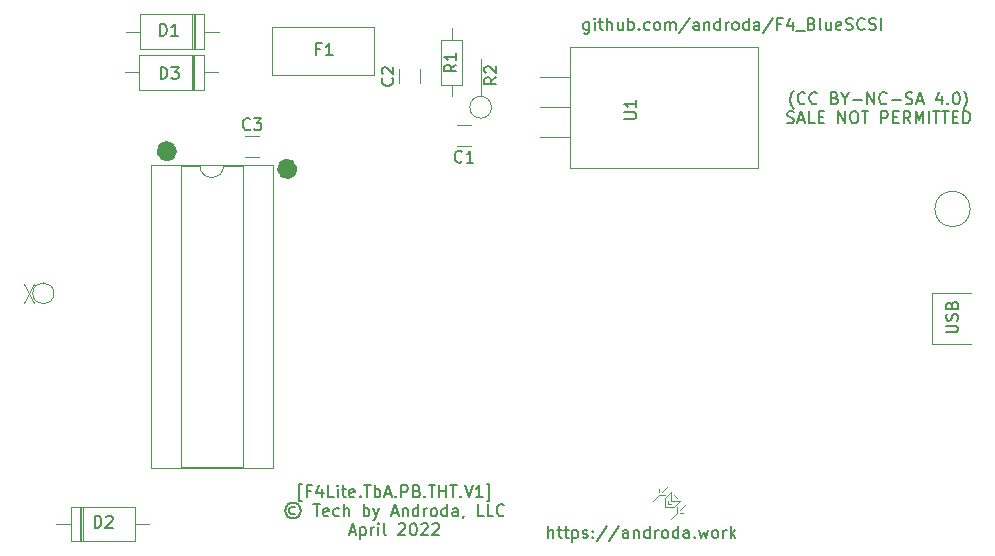
<source format=gbr>
%TF.GenerationSoftware,KiCad,Pcbnew,(6.0.2)*%
%TF.CreationDate,2022-04-05T12:30:50-06:00*%
%TF.ProjectId,PowerBook_F4Lite_THTV1,506f7765-7242-46f6-9f6b-5f46344c6974,rev?*%
%TF.SameCoordinates,Original*%
%TF.FileFunction,Legend,Top*%
%TF.FilePolarity,Positive*%
%FSLAX46Y46*%
G04 Gerber Fmt 4.6, Leading zero omitted, Abs format (unit mm)*
G04 Created by KiCad (PCBNEW (6.0.2)) date 2022-04-05 12:30:50*
%MOMM*%
%LPD*%
G01*
G04 APERTURE LIST*
%ADD10C,0.150000*%
%ADD11C,1.100000*%
%ADD12C,0.120000*%
G04 APERTURE END LIST*
D10*
X114427142Y-61925714D02*
X114427142Y-62735238D01*
X114379523Y-62830476D01*
X114331904Y-62878095D01*
X114236666Y-62925714D01*
X114093809Y-62925714D01*
X113998571Y-62878095D01*
X114427142Y-62544761D02*
X114331904Y-62592380D01*
X114141428Y-62592380D01*
X114046190Y-62544761D01*
X113998571Y-62497142D01*
X113950952Y-62401904D01*
X113950952Y-62116190D01*
X113998571Y-62020952D01*
X114046190Y-61973333D01*
X114141428Y-61925714D01*
X114331904Y-61925714D01*
X114427142Y-61973333D01*
X114903333Y-62592380D02*
X114903333Y-61925714D01*
X114903333Y-61592380D02*
X114855714Y-61640000D01*
X114903333Y-61687619D01*
X114950952Y-61640000D01*
X114903333Y-61592380D01*
X114903333Y-61687619D01*
X115236666Y-61925714D02*
X115617619Y-61925714D01*
X115379523Y-61592380D02*
X115379523Y-62449523D01*
X115427142Y-62544761D01*
X115522380Y-62592380D01*
X115617619Y-62592380D01*
X115950952Y-62592380D02*
X115950952Y-61592380D01*
X116379523Y-62592380D02*
X116379523Y-62068571D01*
X116331904Y-61973333D01*
X116236666Y-61925714D01*
X116093809Y-61925714D01*
X115998571Y-61973333D01*
X115950952Y-62020952D01*
X117284285Y-61925714D02*
X117284285Y-62592380D01*
X116855714Y-61925714D02*
X116855714Y-62449523D01*
X116903333Y-62544761D01*
X116998571Y-62592380D01*
X117141428Y-62592380D01*
X117236666Y-62544761D01*
X117284285Y-62497142D01*
X117760476Y-62592380D02*
X117760476Y-61592380D01*
X117760476Y-61973333D02*
X117855714Y-61925714D01*
X118046190Y-61925714D01*
X118141428Y-61973333D01*
X118189047Y-62020952D01*
X118236666Y-62116190D01*
X118236666Y-62401904D01*
X118189047Y-62497142D01*
X118141428Y-62544761D01*
X118046190Y-62592380D01*
X117855714Y-62592380D01*
X117760476Y-62544761D01*
X118665238Y-62497142D02*
X118712857Y-62544761D01*
X118665238Y-62592380D01*
X118617619Y-62544761D01*
X118665238Y-62497142D01*
X118665238Y-62592380D01*
X119570000Y-62544761D02*
X119474761Y-62592380D01*
X119284285Y-62592380D01*
X119189047Y-62544761D01*
X119141428Y-62497142D01*
X119093809Y-62401904D01*
X119093809Y-62116190D01*
X119141428Y-62020952D01*
X119189047Y-61973333D01*
X119284285Y-61925714D01*
X119474761Y-61925714D01*
X119570000Y-61973333D01*
X120141428Y-62592380D02*
X120046190Y-62544761D01*
X119998571Y-62497142D01*
X119950952Y-62401904D01*
X119950952Y-62116190D01*
X119998571Y-62020952D01*
X120046190Y-61973333D01*
X120141428Y-61925714D01*
X120284285Y-61925714D01*
X120379523Y-61973333D01*
X120427142Y-62020952D01*
X120474761Y-62116190D01*
X120474761Y-62401904D01*
X120427142Y-62497142D01*
X120379523Y-62544761D01*
X120284285Y-62592380D01*
X120141428Y-62592380D01*
X120903333Y-62592380D02*
X120903333Y-61925714D01*
X120903333Y-62020952D02*
X120950952Y-61973333D01*
X121046190Y-61925714D01*
X121189047Y-61925714D01*
X121284285Y-61973333D01*
X121331904Y-62068571D01*
X121331904Y-62592380D01*
X121331904Y-62068571D02*
X121379523Y-61973333D01*
X121474761Y-61925714D01*
X121617619Y-61925714D01*
X121712857Y-61973333D01*
X121760476Y-62068571D01*
X121760476Y-62592380D01*
X122950952Y-61544761D02*
X122093809Y-62830476D01*
X123712857Y-62592380D02*
X123712857Y-62068571D01*
X123665238Y-61973333D01*
X123570000Y-61925714D01*
X123379523Y-61925714D01*
X123284285Y-61973333D01*
X123712857Y-62544761D02*
X123617619Y-62592380D01*
X123379523Y-62592380D01*
X123284285Y-62544761D01*
X123236666Y-62449523D01*
X123236666Y-62354285D01*
X123284285Y-62259047D01*
X123379523Y-62211428D01*
X123617619Y-62211428D01*
X123712857Y-62163809D01*
X124189047Y-61925714D02*
X124189047Y-62592380D01*
X124189047Y-62020952D02*
X124236666Y-61973333D01*
X124331904Y-61925714D01*
X124474761Y-61925714D01*
X124570000Y-61973333D01*
X124617619Y-62068571D01*
X124617619Y-62592380D01*
X125522380Y-62592380D02*
X125522380Y-61592380D01*
X125522380Y-62544761D02*
X125427142Y-62592380D01*
X125236666Y-62592380D01*
X125141428Y-62544761D01*
X125093809Y-62497142D01*
X125046190Y-62401904D01*
X125046190Y-62116190D01*
X125093809Y-62020952D01*
X125141428Y-61973333D01*
X125236666Y-61925714D01*
X125427142Y-61925714D01*
X125522380Y-61973333D01*
X125998571Y-62592380D02*
X125998571Y-61925714D01*
X125998571Y-62116190D02*
X126046190Y-62020952D01*
X126093809Y-61973333D01*
X126189047Y-61925714D01*
X126284285Y-61925714D01*
X126760476Y-62592380D02*
X126665238Y-62544761D01*
X126617619Y-62497142D01*
X126570000Y-62401904D01*
X126570000Y-62116190D01*
X126617619Y-62020952D01*
X126665238Y-61973333D01*
X126760476Y-61925714D01*
X126903333Y-61925714D01*
X126998571Y-61973333D01*
X127046190Y-62020952D01*
X127093809Y-62116190D01*
X127093809Y-62401904D01*
X127046190Y-62497142D01*
X126998571Y-62544761D01*
X126903333Y-62592380D01*
X126760476Y-62592380D01*
X127950952Y-62592380D02*
X127950952Y-61592380D01*
X127950952Y-62544761D02*
X127855714Y-62592380D01*
X127665238Y-62592380D01*
X127570000Y-62544761D01*
X127522380Y-62497142D01*
X127474761Y-62401904D01*
X127474761Y-62116190D01*
X127522380Y-62020952D01*
X127570000Y-61973333D01*
X127665238Y-61925714D01*
X127855714Y-61925714D01*
X127950952Y-61973333D01*
X128855714Y-62592380D02*
X128855714Y-62068571D01*
X128808095Y-61973333D01*
X128712857Y-61925714D01*
X128522380Y-61925714D01*
X128427142Y-61973333D01*
X128855714Y-62544761D02*
X128760476Y-62592380D01*
X128522380Y-62592380D01*
X128427142Y-62544761D01*
X128379523Y-62449523D01*
X128379523Y-62354285D01*
X128427142Y-62259047D01*
X128522380Y-62211428D01*
X128760476Y-62211428D01*
X128855714Y-62163809D01*
X130046190Y-61544761D02*
X129189047Y-62830476D01*
X130712857Y-62068571D02*
X130379523Y-62068571D01*
X130379523Y-62592380D02*
X130379523Y-61592380D01*
X130855714Y-61592380D01*
X131665238Y-61925714D02*
X131665238Y-62592380D01*
X131427142Y-61544761D02*
X131189047Y-62259047D01*
X131808095Y-62259047D01*
X131950952Y-62687619D02*
X132712857Y-62687619D01*
X133284285Y-62068571D02*
X133427142Y-62116190D01*
X133474761Y-62163809D01*
X133522380Y-62259047D01*
X133522380Y-62401904D01*
X133474761Y-62497142D01*
X133427142Y-62544761D01*
X133331904Y-62592380D01*
X132950952Y-62592380D01*
X132950952Y-61592380D01*
X133284285Y-61592380D01*
X133379523Y-61640000D01*
X133427142Y-61687619D01*
X133474761Y-61782857D01*
X133474761Y-61878095D01*
X133427142Y-61973333D01*
X133379523Y-62020952D01*
X133284285Y-62068571D01*
X132950952Y-62068571D01*
X134093809Y-62592380D02*
X133998571Y-62544761D01*
X133950952Y-62449523D01*
X133950952Y-61592380D01*
X134903333Y-61925714D02*
X134903333Y-62592380D01*
X134474761Y-61925714D02*
X134474761Y-62449523D01*
X134522380Y-62544761D01*
X134617619Y-62592380D01*
X134760476Y-62592380D01*
X134855714Y-62544761D01*
X134903333Y-62497142D01*
X135760476Y-62544761D02*
X135665238Y-62592380D01*
X135474761Y-62592380D01*
X135379523Y-62544761D01*
X135331904Y-62449523D01*
X135331904Y-62068571D01*
X135379523Y-61973333D01*
X135474761Y-61925714D01*
X135665238Y-61925714D01*
X135760476Y-61973333D01*
X135808095Y-62068571D01*
X135808095Y-62163809D01*
X135331904Y-62259047D01*
X136189047Y-62544761D02*
X136331904Y-62592380D01*
X136570000Y-62592380D01*
X136665238Y-62544761D01*
X136712857Y-62497142D01*
X136760476Y-62401904D01*
X136760476Y-62306666D01*
X136712857Y-62211428D01*
X136665238Y-62163809D01*
X136570000Y-62116190D01*
X136379523Y-62068571D01*
X136284285Y-62020952D01*
X136236666Y-61973333D01*
X136189047Y-61878095D01*
X136189047Y-61782857D01*
X136236666Y-61687619D01*
X136284285Y-61640000D01*
X136379523Y-61592380D01*
X136617619Y-61592380D01*
X136760476Y-61640000D01*
X137760476Y-62497142D02*
X137712857Y-62544761D01*
X137570000Y-62592380D01*
X137474761Y-62592380D01*
X137331904Y-62544761D01*
X137236666Y-62449523D01*
X137189047Y-62354285D01*
X137141428Y-62163809D01*
X137141428Y-62020952D01*
X137189047Y-61830476D01*
X137236666Y-61735238D01*
X137331904Y-61640000D01*
X137474761Y-61592380D01*
X137570000Y-61592380D01*
X137712857Y-61640000D01*
X137760476Y-61687619D01*
X138141428Y-62544761D02*
X138284285Y-62592380D01*
X138522380Y-62592380D01*
X138617619Y-62544761D01*
X138665238Y-62497142D01*
X138712857Y-62401904D01*
X138712857Y-62306666D01*
X138665238Y-62211428D01*
X138617619Y-62163809D01*
X138522380Y-62116190D01*
X138331904Y-62068571D01*
X138236666Y-62020952D01*
X138189047Y-61973333D01*
X138141428Y-61878095D01*
X138141428Y-61782857D01*
X138189047Y-61687619D01*
X138236666Y-61640000D01*
X138331904Y-61592380D01*
X138570000Y-61592380D01*
X138712857Y-61640000D01*
X139141428Y-62592380D02*
X139141428Y-61592380D01*
X131769523Y-69248333D02*
X131721904Y-69200714D01*
X131626666Y-69057857D01*
X131579047Y-68962619D01*
X131531428Y-68819761D01*
X131483809Y-68581666D01*
X131483809Y-68391190D01*
X131531428Y-68153095D01*
X131579047Y-68010238D01*
X131626666Y-67915000D01*
X131721904Y-67772142D01*
X131769523Y-67724523D01*
X132721904Y-68772142D02*
X132674285Y-68819761D01*
X132531428Y-68867380D01*
X132436190Y-68867380D01*
X132293333Y-68819761D01*
X132198095Y-68724523D01*
X132150476Y-68629285D01*
X132102857Y-68438809D01*
X132102857Y-68295952D01*
X132150476Y-68105476D01*
X132198095Y-68010238D01*
X132293333Y-67915000D01*
X132436190Y-67867380D01*
X132531428Y-67867380D01*
X132674285Y-67915000D01*
X132721904Y-67962619D01*
X133721904Y-68772142D02*
X133674285Y-68819761D01*
X133531428Y-68867380D01*
X133436190Y-68867380D01*
X133293333Y-68819761D01*
X133198095Y-68724523D01*
X133150476Y-68629285D01*
X133102857Y-68438809D01*
X133102857Y-68295952D01*
X133150476Y-68105476D01*
X133198095Y-68010238D01*
X133293333Y-67915000D01*
X133436190Y-67867380D01*
X133531428Y-67867380D01*
X133674285Y-67915000D01*
X133721904Y-67962619D01*
X135245714Y-68343571D02*
X135388571Y-68391190D01*
X135436190Y-68438809D01*
X135483809Y-68534047D01*
X135483809Y-68676904D01*
X135436190Y-68772142D01*
X135388571Y-68819761D01*
X135293333Y-68867380D01*
X134912380Y-68867380D01*
X134912380Y-67867380D01*
X135245714Y-67867380D01*
X135340952Y-67915000D01*
X135388571Y-67962619D01*
X135436190Y-68057857D01*
X135436190Y-68153095D01*
X135388571Y-68248333D01*
X135340952Y-68295952D01*
X135245714Y-68343571D01*
X134912380Y-68343571D01*
X136102857Y-68391190D02*
X136102857Y-68867380D01*
X135769523Y-67867380D02*
X136102857Y-68391190D01*
X136436190Y-67867380D01*
X136769523Y-68486428D02*
X137531428Y-68486428D01*
X138007619Y-68867380D02*
X138007619Y-67867380D01*
X138579047Y-68867380D01*
X138579047Y-67867380D01*
X139626666Y-68772142D02*
X139579047Y-68819761D01*
X139436190Y-68867380D01*
X139340952Y-68867380D01*
X139198095Y-68819761D01*
X139102857Y-68724523D01*
X139055238Y-68629285D01*
X139007619Y-68438809D01*
X139007619Y-68295952D01*
X139055238Y-68105476D01*
X139102857Y-68010238D01*
X139198095Y-67915000D01*
X139340952Y-67867380D01*
X139436190Y-67867380D01*
X139579047Y-67915000D01*
X139626666Y-67962619D01*
X140055238Y-68486428D02*
X140817142Y-68486428D01*
X141245714Y-68819761D02*
X141388571Y-68867380D01*
X141626666Y-68867380D01*
X141721904Y-68819761D01*
X141769523Y-68772142D01*
X141817142Y-68676904D01*
X141817142Y-68581666D01*
X141769523Y-68486428D01*
X141721904Y-68438809D01*
X141626666Y-68391190D01*
X141436190Y-68343571D01*
X141340952Y-68295952D01*
X141293333Y-68248333D01*
X141245714Y-68153095D01*
X141245714Y-68057857D01*
X141293333Y-67962619D01*
X141340952Y-67915000D01*
X141436190Y-67867380D01*
X141674285Y-67867380D01*
X141817142Y-67915000D01*
X142198095Y-68581666D02*
X142674285Y-68581666D01*
X142102857Y-68867380D02*
X142436190Y-67867380D01*
X142769523Y-68867380D01*
X144293333Y-68200714D02*
X144293333Y-68867380D01*
X144055238Y-67819761D02*
X143817142Y-68534047D01*
X144436190Y-68534047D01*
X144817142Y-68772142D02*
X144864761Y-68819761D01*
X144817142Y-68867380D01*
X144769523Y-68819761D01*
X144817142Y-68772142D01*
X144817142Y-68867380D01*
X145483809Y-67867380D02*
X145579047Y-67867380D01*
X145674285Y-67915000D01*
X145721904Y-67962619D01*
X145769523Y-68057857D01*
X145817142Y-68248333D01*
X145817142Y-68486428D01*
X145769523Y-68676904D01*
X145721904Y-68772142D01*
X145674285Y-68819761D01*
X145579047Y-68867380D01*
X145483809Y-68867380D01*
X145388571Y-68819761D01*
X145340952Y-68772142D01*
X145293333Y-68676904D01*
X145245714Y-68486428D01*
X145245714Y-68248333D01*
X145293333Y-68057857D01*
X145340952Y-67962619D01*
X145388571Y-67915000D01*
X145483809Y-67867380D01*
X146150476Y-69248333D02*
X146198095Y-69200714D01*
X146293333Y-69057857D01*
X146340952Y-68962619D01*
X146388571Y-68819761D01*
X146436190Y-68581666D01*
X146436190Y-68391190D01*
X146388571Y-68153095D01*
X146340952Y-68010238D01*
X146293333Y-67915000D01*
X146198095Y-67772142D01*
X146150476Y-67724523D01*
X131221904Y-70429761D02*
X131364761Y-70477380D01*
X131602857Y-70477380D01*
X131698095Y-70429761D01*
X131745714Y-70382142D01*
X131793333Y-70286904D01*
X131793333Y-70191666D01*
X131745714Y-70096428D01*
X131698095Y-70048809D01*
X131602857Y-70001190D01*
X131412380Y-69953571D01*
X131317142Y-69905952D01*
X131269523Y-69858333D01*
X131221904Y-69763095D01*
X131221904Y-69667857D01*
X131269523Y-69572619D01*
X131317142Y-69525000D01*
X131412380Y-69477380D01*
X131650476Y-69477380D01*
X131793333Y-69525000D01*
X132174285Y-70191666D02*
X132650476Y-70191666D01*
X132079047Y-70477380D02*
X132412380Y-69477380D01*
X132745714Y-70477380D01*
X133555238Y-70477380D02*
X133079047Y-70477380D01*
X133079047Y-69477380D01*
X133888571Y-69953571D02*
X134221904Y-69953571D01*
X134364761Y-70477380D02*
X133888571Y-70477380D01*
X133888571Y-69477380D01*
X134364761Y-69477380D01*
X135555238Y-70477380D02*
X135555238Y-69477380D01*
X136126666Y-70477380D01*
X136126666Y-69477380D01*
X136793333Y-69477380D02*
X136983809Y-69477380D01*
X137079047Y-69525000D01*
X137174285Y-69620238D01*
X137221904Y-69810714D01*
X137221904Y-70144047D01*
X137174285Y-70334523D01*
X137079047Y-70429761D01*
X136983809Y-70477380D01*
X136793333Y-70477380D01*
X136698095Y-70429761D01*
X136602857Y-70334523D01*
X136555238Y-70144047D01*
X136555238Y-69810714D01*
X136602857Y-69620238D01*
X136698095Y-69525000D01*
X136793333Y-69477380D01*
X137507619Y-69477380D02*
X138079047Y-69477380D01*
X137793333Y-70477380D02*
X137793333Y-69477380D01*
X139174285Y-70477380D02*
X139174285Y-69477380D01*
X139555238Y-69477380D01*
X139650476Y-69525000D01*
X139698095Y-69572619D01*
X139745714Y-69667857D01*
X139745714Y-69810714D01*
X139698095Y-69905952D01*
X139650476Y-69953571D01*
X139555238Y-70001190D01*
X139174285Y-70001190D01*
X140174285Y-69953571D02*
X140507619Y-69953571D01*
X140650476Y-70477380D02*
X140174285Y-70477380D01*
X140174285Y-69477380D01*
X140650476Y-69477380D01*
X141650476Y-70477380D02*
X141317142Y-70001190D01*
X141079047Y-70477380D02*
X141079047Y-69477380D01*
X141460000Y-69477380D01*
X141555238Y-69525000D01*
X141602857Y-69572619D01*
X141650476Y-69667857D01*
X141650476Y-69810714D01*
X141602857Y-69905952D01*
X141555238Y-69953571D01*
X141460000Y-70001190D01*
X141079047Y-70001190D01*
X142079047Y-70477380D02*
X142079047Y-69477380D01*
X142412380Y-70191666D01*
X142745714Y-69477380D01*
X142745714Y-70477380D01*
X143221904Y-70477380D02*
X143221904Y-69477380D01*
X143555238Y-69477380D02*
X144126666Y-69477380D01*
X143840952Y-70477380D02*
X143840952Y-69477380D01*
X144317142Y-69477380D02*
X144888571Y-69477380D01*
X144602857Y-70477380D02*
X144602857Y-69477380D01*
X145221904Y-69953571D02*
X145555238Y-69953571D01*
X145698095Y-70477380D02*
X145221904Y-70477380D01*
X145221904Y-69477380D01*
X145698095Y-69477380D01*
X146126666Y-70477380D02*
X146126666Y-69477380D01*
X146364761Y-69477380D01*
X146507619Y-69525000D01*
X146602857Y-69620238D01*
X146650476Y-69715476D01*
X146698095Y-69905952D01*
X146698095Y-70048809D01*
X146650476Y-70239285D01*
X146602857Y-70334523D01*
X146507619Y-70429761D01*
X146364761Y-70477380D01*
X146126666Y-70477380D01*
D11*
X89200535Y-74353420D02*
G75*
G03*
X89200535Y-74353420I-313235J0D01*
G01*
X78994815Y-72859900D02*
G75*
G03*
X78994815Y-72859900I-313235J0D01*
G01*
D10*
X110988507Y-105595680D02*
X110988507Y-104595680D01*
X111417079Y-105595680D02*
X111417079Y-105071871D01*
X111369460Y-104976633D01*
X111274221Y-104929014D01*
X111131364Y-104929014D01*
X111036126Y-104976633D01*
X110988507Y-105024252D01*
X111750412Y-104929014D02*
X112131364Y-104929014D01*
X111893269Y-104595680D02*
X111893269Y-105452823D01*
X111940888Y-105548061D01*
X112036126Y-105595680D01*
X112131364Y-105595680D01*
X112321840Y-104929014D02*
X112702793Y-104929014D01*
X112464698Y-104595680D02*
X112464698Y-105452823D01*
X112512317Y-105548061D01*
X112607555Y-105595680D01*
X112702793Y-105595680D01*
X113036126Y-104929014D02*
X113036126Y-105929014D01*
X113036126Y-104976633D02*
X113131364Y-104929014D01*
X113321840Y-104929014D01*
X113417079Y-104976633D01*
X113464698Y-105024252D01*
X113512317Y-105119490D01*
X113512317Y-105405204D01*
X113464698Y-105500442D01*
X113417079Y-105548061D01*
X113321840Y-105595680D01*
X113131364Y-105595680D01*
X113036126Y-105548061D01*
X113893269Y-105548061D02*
X113988507Y-105595680D01*
X114178983Y-105595680D01*
X114274221Y-105548061D01*
X114321840Y-105452823D01*
X114321840Y-105405204D01*
X114274221Y-105309966D01*
X114178983Y-105262347D01*
X114036126Y-105262347D01*
X113940888Y-105214728D01*
X113893269Y-105119490D01*
X113893269Y-105071871D01*
X113940888Y-104976633D01*
X114036126Y-104929014D01*
X114178983Y-104929014D01*
X114274221Y-104976633D01*
X114750412Y-105500442D02*
X114798031Y-105548061D01*
X114750412Y-105595680D01*
X114702793Y-105548061D01*
X114750412Y-105500442D01*
X114750412Y-105595680D01*
X114750412Y-104976633D02*
X114798031Y-105024252D01*
X114750412Y-105071871D01*
X114702793Y-105024252D01*
X114750412Y-104976633D01*
X114750412Y-105071871D01*
X115940888Y-104548061D02*
X115083745Y-105833776D01*
X116988507Y-104548061D02*
X116131364Y-105833776D01*
X117750412Y-105595680D02*
X117750412Y-105071871D01*
X117702793Y-104976633D01*
X117607555Y-104929014D01*
X117417079Y-104929014D01*
X117321840Y-104976633D01*
X117750412Y-105548061D02*
X117655174Y-105595680D01*
X117417079Y-105595680D01*
X117321840Y-105548061D01*
X117274221Y-105452823D01*
X117274221Y-105357585D01*
X117321840Y-105262347D01*
X117417079Y-105214728D01*
X117655174Y-105214728D01*
X117750412Y-105167109D01*
X118226602Y-104929014D02*
X118226602Y-105595680D01*
X118226602Y-105024252D02*
X118274221Y-104976633D01*
X118369460Y-104929014D01*
X118512317Y-104929014D01*
X118607555Y-104976633D01*
X118655174Y-105071871D01*
X118655174Y-105595680D01*
X119559936Y-105595680D02*
X119559936Y-104595680D01*
X119559936Y-105548061D02*
X119464698Y-105595680D01*
X119274221Y-105595680D01*
X119178983Y-105548061D01*
X119131364Y-105500442D01*
X119083745Y-105405204D01*
X119083745Y-105119490D01*
X119131364Y-105024252D01*
X119178983Y-104976633D01*
X119274221Y-104929014D01*
X119464698Y-104929014D01*
X119559936Y-104976633D01*
X120036126Y-105595680D02*
X120036126Y-104929014D01*
X120036126Y-105119490D02*
X120083745Y-105024252D01*
X120131364Y-104976633D01*
X120226602Y-104929014D01*
X120321840Y-104929014D01*
X120798031Y-105595680D02*
X120702793Y-105548061D01*
X120655174Y-105500442D01*
X120607555Y-105405204D01*
X120607555Y-105119490D01*
X120655174Y-105024252D01*
X120702793Y-104976633D01*
X120798031Y-104929014D01*
X120940888Y-104929014D01*
X121036126Y-104976633D01*
X121083745Y-105024252D01*
X121131364Y-105119490D01*
X121131364Y-105405204D01*
X121083745Y-105500442D01*
X121036126Y-105548061D01*
X120940888Y-105595680D01*
X120798031Y-105595680D01*
X121988507Y-105595680D02*
X121988507Y-104595680D01*
X121988507Y-105548061D02*
X121893269Y-105595680D01*
X121702793Y-105595680D01*
X121607555Y-105548061D01*
X121559936Y-105500442D01*
X121512317Y-105405204D01*
X121512317Y-105119490D01*
X121559936Y-105024252D01*
X121607555Y-104976633D01*
X121702793Y-104929014D01*
X121893269Y-104929014D01*
X121988507Y-104976633D01*
X122893269Y-105595680D02*
X122893269Y-105071871D01*
X122845650Y-104976633D01*
X122750412Y-104929014D01*
X122559936Y-104929014D01*
X122464698Y-104976633D01*
X122893269Y-105548061D02*
X122798031Y-105595680D01*
X122559936Y-105595680D01*
X122464698Y-105548061D01*
X122417079Y-105452823D01*
X122417079Y-105357585D01*
X122464698Y-105262347D01*
X122559936Y-105214728D01*
X122798031Y-105214728D01*
X122893269Y-105167109D01*
X123369460Y-105500442D02*
X123417079Y-105548061D01*
X123369460Y-105595680D01*
X123321840Y-105548061D01*
X123369460Y-105500442D01*
X123369460Y-105595680D01*
X123750412Y-104929014D02*
X123940888Y-105595680D01*
X124131364Y-105119490D01*
X124321840Y-105595680D01*
X124512317Y-104929014D01*
X125036126Y-105595680D02*
X124940888Y-105548061D01*
X124893269Y-105500442D01*
X124845650Y-105405204D01*
X124845650Y-105119490D01*
X124893269Y-105024252D01*
X124940888Y-104976633D01*
X125036126Y-104929014D01*
X125178983Y-104929014D01*
X125274221Y-104976633D01*
X125321840Y-105024252D01*
X125369460Y-105119490D01*
X125369460Y-105405204D01*
X125321840Y-105500442D01*
X125274221Y-105548061D01*
X125178983Y-105595680D01*
X125036126Y-105595680D01*
X125798031Y-105595680D02*
X125798031Y-104929014D01*
X125798031Y-105119490D02*
X125845650Y-105024252D01*
X125893269Y-104976633D01*
X125988507Y-104929014D01*
X126083745Y-104929014D01*
X126417079Y-105595680D02*
X126417079Y-104595680D01*
X126512317Y-105214728D02*
X126798031Y-105595680D01*
X126798031Y-104929014D02*
X126417079Y-105309966D01*
X90150476Y-102475714D02*
X89912380Y-102475714D01*
X89912380Y-101047142D01*
X90150476Y-101047142D01*
X90864761Y-101618571D02*
X90531428Y-101618571D01*
X90531428Y-102142380D02*
X90531428Y-101142380D01*
X91007619Y-101142380D01*
X91817142Y-101475714D02*
X91817142Y-102142380D01*
X91579047Y-101094761D02*
X91340952Y-101809047D01*
X91960000Y-101809047D01*
X92817142Y-102142380D02*
X92340952Y-102142380D01*
X92340952Y-101142380D01*
X93150476Y-102142380D02*
X93150476Y-101475714D01*
X93150476Y-101142380D02*
X93102857Y-101190000D01*
X93150476Y-101237619D01*
X93198095Y-101190000D01*
X93150476Y-101142380D01*
X93150476Y-101237619D01*
X93483809Y-101475714D02*
X93864761Y-101475714D01*
X93626666Y-101142380D02*
X93626666Y-101999523D01*
X93674285Y-102094761D01*
X93769523Y-102142380D01*
X93864761Y-102142380D01*
X94579047Y-102094761D02*
X94483809Y-102142380D01*
X94293333Y-102142380D01*
X94198095Y-102094761D01*
X94150476Y-101999523D01*
X94150476Y-101618571D01*
X94198095Y-101523333D01*
X94293333Y-101475714D01*
X94483809Y-101475714D01*
X94579047Y-101523333D01*
X94626666Y-101618571D01*
X94626666Y-101713809D01*
X94150476Y-101809047D01*
X95055238Y-102047142D02*
X95102857Y-102094761D01*
X95055238Y-102142380D01*
X95007619Y-102094761D01*
X95055238Y-102047142D01*
X95055238Y-102142380D01*
X95388571Y-101142380D02*
X95960000Y-101142380D01*
X95674285Y-102142380D02*
X95674285Y-101142380D01*
X96293333Y-102142380D02*
X96293333Y-101142380D01*
X96293333Y-101523333D02*
X96388571Y-101475714D01*
X96579047Y-101475714D01*
X96674285Y-101523333D01*
X96721904Y-101570952D01*
X96769523Y-101666190D01*
X96769523Y-101951904D01*
X96721904Y-102047142D01*
X96674285Y-102094761D01*
X96579047Y-102142380D01*
X96388571Y-102142380D01*
X96293333Y-102094761D01*
X97150476Y-101856666D02*
X97626666Y-101856666D01*
X97055238Y-102142380D02*
X97388571Y-101142380D01*
X97721904Y-102142380D01*
X98055238Y-102047142D02*
X98102857Y-102094761D01*
X98055238Y-102142380D01*
X98007619Y-102094761D01*
X98055238Y-102047142D01*
X98055238Y-102142380D01*
X98531428Y-102142380D02*
X98531428Y-101142380D01*
X98912380Y-101142380D01*
X99007619Y-101190000D01*
X99055238Y-101237619D01*
X99102857Y-101332857D01*
X99102857Y-101475714D01*
X99055238Y-101570952D01*
X99007619Y-101618571D01*
X98912380Y-101666190D01*
X98531428Y-101666190D01*
X99864761Y-101618571D02*
X100007619Y-101666190D01*
X100055238Y-101713809D01*
X100102857Y-101809047D01*
X100102857Y-101951904D01*
X100055238Y-102047142D01*
X100007619Y-102094761D01*
X99912380Y-102142380D01*
X99531428Y-102142380D01*
X99531428Y-101142380D01*
X99864761Y-101142380D01*
X99960000Y-101190000D01*
X100007619Y-101237619D01*
X100055238Y-101332857D01*
X100055238Y-101428095D01*
X100007619Y-101523333D01*
X99960000Y-101570952D01*
X99864761Y-101618571D01*
X99531428Y-101618571D01*
X100531428Y-102047142D02*
X100579047Y-102094761D01*
X100531428Y-102142380D01*
X100483809Y-102094761D01*
X100531428Y-102047142D01*
X100531428Y-102142380D01*
X100864761Y-101142380D02*
X101436190Y-101142380D01*
X101150476Y-102142380D02*
X101150476Y-101142380D01*
X101769523Y-102142380D02*
X101769523Y-101142380D01*
X101769523Y-101618571D02*
X102340952Y-101618571D01*
X102340952Y-102142380D02*
X102340952Y-101142380D01*
X102674285Y-101142380D02*
X103245714Y-101142380D01*
X102960000Y-102142380D02*
X102960000Y-101142380D01*
X103579047Y-102047142D02*
X103626666Y-102094761D01*
X103579047Y-102142380D01*
X103531428Y-102094761D01*
X103579047Y-102047142D01*
X103579047Y-102142380D01*
X103912380Y-101142380D02*
X104245714Y-102142380D01*
X104579047Y-101142380D01*
X105436190Y-102142380D02*
X104864761Y-102142380D01*
X105150476Y-102142380D02*
X105150476Y-101142380D01*
X105055238Y-101285238D01*
X104960000Y-101380476D01*
X104864761Y-101428095D01*
X105769523Y-102475714D02*
X106007619Y-102475714D01*
X106007619Y-101047142D01*
X105769523Y-101047142D01*
X89555238Y-102990476D02*
X89460000Y-102942857D01*
X89269523Y-102942857D01*
X89174285Y-102990476D01*
X89079047Y-103085714D01*
X89031428Y-103180952D01*
X89031428Y-103371428D01*
X89079047Y-103466666D01*
X89174285Y-103561904D01*
X89269523Y-103609523D01*
X89460000Y-103609523D01*
X89555238Y-103561904D01*
X89364761Y-102609523D02*
X89126666Y-102657142D01*
X88888571Y-102800000D01*
X88745714Y-103038095D01*
X88698095Y-103276190D01*
X88745714Y-103514285D01*
X88888571Y-103752380D01*
X89126666Y-103895238D01*
X89364761Y-103942857D01*
X89602857Y-103895238D01*
X89840952Y-103752380D01*
X89983809Y-103514285D01*
X90031428Y-103276190D01*
X89983809Y-103038095D01*
X89840952Y-102800000D01*
X89602857Y-102657142D01*
X89364761Y-102609523D01*
X91079047Y-102752380D02*
X91650476Y-102752380D01*
X91364761Y-103752380D02*
X91364761Y-102752380D01*
X92364761Y-103704761D02*
X92269523Y-103752380D01*
X92079047Y-103752380D01*
X91983809Y-103704761D01*
X91936190Y-103609523D01*
X91936190Y-103228571D01*
X91983809Y-103133333D01*
X92079047Y-103085714D01*
X92269523Y-103085714D01*
X92364761Y-103133333D01*
X92412380Y-103228571D01*
X92412380Y-103323809D01*
X91936190Y-103419047D01*
X93269523Y-103704761D02*
X93174285Y-103752380D01*
X92983809Y-103752380D01*
X92888571Y-103704761D01*
X92840952Y-103657142D01*
X92793333Y-103561904D01*
X92793333Y-103276190D01*
X92840952Y-103180952D01*
X92888571Y-103133333D01*
X92983809Y-103085714D01*
X93174285Y-103085714D01*
X93269523Y-103133333D01*
X93698095Y-103752380D02*
X93698095Y-102752380D01*
X94126666Y-103752380D02*
X94126666Y-103228571D01*
X94079047Y-103133333D01*
X93983809Y-103085714D01*
X93840952Y-103085714D01*
X93745714Y-103133333D01*
X93698095Y-103180952D01*
X95364761Y-103752380D02*
X95364761Y-102752380D01*
X95364761Y-103133333D02*
X95460000Y-103085714D01*
X95650476Y-103085714D01*
X95745714Y-103133333D01*
X95793333Y-103180952D01*
X95840952Y-103276190D01*
X95840952Y-103561904D01*
X95793333Y-103657142D01*
X95745714Y-103704761D01*
X95650476Y-103752380D01*
X95460000Y-103752380D01*
X95364761Y-103704761D01*
X96174285Y-103085714D02*
X96412380Y-103752380D01*
X96650476Y-103085714D02*
X96412380Y-103752380D01*
X96317142Y-103990476D01*
X96269523Y-104038095D01*
X96174285Y-104085714D01*
X97745714Y-103466666D02*
X98221904Y-103466666D01*
X97650476Y-103752380D02*
X97983809Y-102752380D01*
X98317142Y-103752380D01*
X98650476Y-103085714D02*
X98650476Y-103752380D01*
X98650476Y-103180952D02*
X98698095Y-103133333D01*
X98793333Y-103085714D01*
X98936190Y-103085714D01*
X99031428Y-103133333D01*
X99079047Y-103228571D01*
X99079047Y-103752380D01*
X99983809Y-103752380D02*
X99983809Y-102752380D01*
X99983809Y-103704761D02*
X99888571Y-103752380D01*
X99698095Y-103752380D01*
X99602857Y-103704761D01*
X99555238Y-103657142D01*
X99507619Y-103561904D01*
X99507619Y-103276190D01*
X99555238Y-103180952D01*
X99602857Y-103133333D01*
X99698095Y-103085714D01*
X99888571Y-103085714D01*
X99983809Y-103133333D01*
X100460000Y-103752380D02*
X100460000Y-103085714D01*
X100460000Y-103276190D02*
X100507619Y-103180952D01*
X100555238Y-103133333D01*
X100650476Y-103085714D01*
X100745714Y-103085714D01*
X101221904Y-103752380D02*
X101126666Y-103704761D01*
X101079047Y-103657142D01*
X101031428Y-103561904D01*
X101031428Y-103276190D01*
X101079047Y-103180952D01*
X101126666Y-103133333D01*
X101221904Y-103085714D01*
X101364761Y-103085714D01*
X101460000Y-103133333D01*
X101507619Y-103180952D01*
X101555238Y-103276190D01*
X101555238Y-103561904D01*
X101507619Y-103657142D01*
X101460000Y-103704761D01*
X101364761Y-103752380D01*
X101221904Y-103752380D01*
X102412380Y-103752380D02*
X102412380Y-102752380D01*
X102412380Y-103704761D02*
X102317142Y-103752380D01*
X102126666Y-103752380D01*
X102031428Y-103704761D01*
X101983809Y-103657142D01*
X101936190Y-103561904D01*
X101936190Y-103276190D01*
X101983809Y-103180952D01*
X102031428Y-103133333D01*
X102126666Y-103085714D01*
X102317142Y-103085714D01*
X102412380Y-103133333D01*
X103317142Y-103752380D02*
X103317142Y-103228571D01*
X103269523Y-103133333D01*
X103174285Y-103085714D01*
X102983809Y-103085714D01*
X102888571Y-103133333D01*
X103317142Y-103704761D02*
X103221904Y-103752380D01*
X102983809Y-103752380D01*
X102888571Y-103704761D01*
X102840952Y-103609523D01*
X102840952Y-103514285D01*
X102888571Y-103419047D01*
X102983809Y-103371428D01*
X103221904Y-103371428D01*
X103317142Y-103323809D01*
X103840952Y-103704761D02*
X103840952Y-103752380D01*
X103793333Y-103847619D01*
X103745714Y-103895238D01*
X105507619Y-103752380D02*
X105031428Y-103752380D01*
X105031428Y-102752380D01*
X106317142Y-103752380D02*
X105840952Y-103752380D01*
X105840952Y-102752380D01*
X107221904Y-103657142D02*
X107174285Y-103704761D01*
X107031428Y-103752380D01*
X106936190Y-103752380D01*
X106793333Y-103704761D01*
X106698095Y-103609523D01*
X106650476Y-103514285D01*
X106602857Y-103323809D01*
X106602857Y-103180952D01*
X106650476Y-102990476D01*
X106698095Y-102895238D01*
X106793333Y-102800000D01*
X106936190Y-102752380D01*
X107031428Y-102752380D01*
X107174285Y-102800000D01*
X107221904Y-102847619D01*
X94174285Y-105076666D02*
X94650476Y-105076666D01*
X94079047Y-105362380D02*
X94412380Y-104362380D01*
X94745714Y-105362380D01*
X95079047Y-104695714D02*
X95079047Y-105695714D01*
X95079047Y-104743333D02*
X95174285Y-104695714D01*
X95364761Y-104695714D01*
X95460000Y-104743333D01*
X95507619Y-104790952D01*
X95555238Y-104886190D01*
X95555238Y-105171904D01*
X95507619Y-105267142D01*
X95460000Y-105314761D01*
X95364761Y-105362380D01*
X95174285Y-105362380D01*
X95079047Y-105314761D01*
X95983809Y-105362380D02*
X95983809Y-104695714D01*
X95983809Y-104886190D02*
X96031428Y-104790952D01*
X96079047Y-104743333D01*
X96174285Y-104695714D01*
X96269523Y-104695714D01*
X96602857Y-105362380D02*
X96602857Y-104695714D01*
X96602857Y-104362380D02*
X96555238Y-104410000D01*
X96602857Y-104457619D01*
X96650476Y-104410000D01*
X96602857Y-104362380D01*
X96602857Y-104457619D01*
X97221904Y-105362380D02*
X97126666Y-105314761D01*
X97079047Y-105219523D01*
X97079047Y-104362380D01*
X98317142Y-104457619D02*
X98364761Y-104410000D01*
X98460000Y-104362380D01*
X98698095Y-104362380D01*
X98793333Y-104410000D01*
X98840952Y-104457619D01*
X98888571Y-104552857D01*
X98888571Y-104648095D01*
X98840952Y-104790952D01*
X98269523Y-105362380D01*
X98888571Y-105362380D01*
X99507619Y-104362380D02*
X99602857Y-104362380D01*
X99698095Y-104410000D01*
X99745714Y-104457619D01*
X99793333Y-104552857D01*
X99840952Y-104743333D01*
X99840952Y-104981428D01*
X99793333Y-105171904D01*
X99745714Y-105267142D01*
X99698095Y-105314761D01*
X99602857Y-105362380D01*
X99507619Y-105362380D01*
X99412380Y-105314761D01*
X99364761Y-105267142D01*
X99317142Y-105171904D01*
X99269523Y-104981428D01*
X99269523Y-104743333D01*
X99317142Y-104552857D01*
X99364761Y-104457619D01*
X99412380Y-104410000D01*
X99507619Y-104362380D01*
X100221904Y-104457619D02*
X100269523Y-104410000D01*
X100364761Y-104362380D01*
X100602857Y-104362380D01*
X100698095Y-104410000D01*
X100745714Y-104457619D01*
X100793333Y-104552857D01*
X100793333Y-104648095D01*
X100745714Y-104790952D01*
X100174285Y-105362380D01*
X100793333Y-105362380D01*
X101174285Y-104457619D02*
X101221904Y-104410000D01*
X101317142Y-104362380D01*
X101555238Y-104362380D01*
X101650476Y-104410000D01*
X101698095Y-104457619D01*
X101745714Y-104552857D01*
X101745714Y-104648095D01*
X101698095Y-104790952D01*
X101126666Y-105362380D01*
X101745714Y-105362380D01*
%TO.C,D3*%
X78161924Y-66741300D02*
X78161924Y-65741300D01*
X78400020Y-65741300D01*
X78542877Y-65788920D01*
X78638115Y-65884158D01*
X78685734Y-65979396D01*
X78733353Y-66169872D01*
X78733353Y-66312729D01*
X78685734Y-66503205D01*
X78638115Y-66598443D01*
X78542877Y-66693681D01*
X78400020Y-66741300D01*
X78161924Y-66741300D01*
X79066686Y-65741300D02*
X79685734Y-65741300D01*
X79352400Y-66122253D01*
X79495258Y-66122253D01*
X79590496Y-66169872D01*
X79638115Y-66217491D01*
X79685734Y-66312729D01*
X79685734Y-66550824D01*
X79638115Y-66646062D01*
X79590496Y-66693681D01*
X79495258Y-66741300D01*
X79209543Y-66741300D01*
X79114305Y-66693681D01*
X79066686Y-66646062D01*
%TO.C,D2*%
X72584084Y-104719380D02*
X72584084Y-103719380D01*
X72822180Y-103719380D01*
X72965037Y-103767000D01*
X73060275Y-103862238D01*
X73107894Y-103957476D01*
X73155513Y-104147952D01*
X73155513Y-104290809D01*
X73107894Y-104481285D01*
X73060275Y-104576523D01*
X72965037Y-104671761D01*
X72822180Y-104719380D01*
X72584084Y-104719380D01*
X73536465Y-103814619D02*
X73584084Y-103767000D01*
X73679322Y-103719380D01*
X73917418Y-103719380D01*
X74012656Y-103767000D01*
X74060275Y-103814619D01*
X74107894Y-103909857D01*
X74107894Y-104005095D01*
X74060275Y-104147952D01*
X73488846Y-104719380D01*
X74107894Y-104719380D01*
%TO.C,D1*%
X78103504Y-63073540D02*
X78103504Y-62073540D01*
X78341600Y-62073540D01*
X78484457Y-62121160D01*
X78579695Y-62216398D01*
X78627314Y-62311636D01*
X78674933Y-62502112D01*
X78674933Y-62644969D01*
X78627314Y-62835445D01*
X78579695Y-62930683D01*
X78484457Y-63025921D01*
X78341600Y-63073540D01*
X78103504Y-63073540D01*
X79627314Y-63073540D02*
X79055885Y-63073540D01*
X79341600Y-63073540D02*
X79341600Y-62073540D01*
X79246361Y-62216398D01*
X79151123Y-62311636D01*
X79055885Y-62359255D01*
%TO.C,U3*%
X144664180Y-88195944D02*
X145473704Y-88195944D01*
X145568942Y-88148325D01*
X145616561Y-88100706D01*
X145664180Y-88005468D01*
X145664180Y-87814992D01*
X145616561Y-87719754D01*
X145568942Y-87672135D01*
X145473704Y-87624516D01*
X144664180Y-87624516D01*
X145616561Y-87195944D02*
X145664180Y-87053087D01*
X145664180Y-86814992D01*
X145616561Y-86719754D01*
X145568942Y-86672135D01*
X145473704Y-86624516D01*
X145378466Y-86624516D01*
X145283228Y-86672135D01*
X145235609Y-86719754D01*
X145187990Y-86814992D01*
X145140371Y-87005468D01*
X145092752Y-87100706D01*
X145045133Y-87148325D01*
X144949895Y-87195944D01*
X144854657Y-87195944D01*
X144759419Y-87148325D01*
X144711800Y-87100706D01*
X144664180Y-87005468D01*
X144664180Y-86767373D01*
X144711800Y-86624516D01*
X145140371Y-85862611D02*
X145187990Y-85719754D01*
X145235609Y-85672135D01*
X145330847Y-85624516D01*
X145473704Y-85624516D01*
X145568942Y-85672135D01*
X145616561Y-85719754D01*
X145664180Y-85814992D01*
X145664180Y-86195944D01*
X144664180Y-86195944D01*
X144664180Y-85862611D01*
X144711800Y-85767373D01*
X144759419Y-85719754D01*
X144854657Y-85672135D01*
X144949895Y-85672135D01*
X145045133Y-85719754D01*
X145092752Y-85767373D01*
X145140371Y-85862611D01*
X145140371Y-86195944D01*
%TO.C,F1*%
X91678272Y-64184443D02*
X91344939Y-64184443D01*
X91344939Y-64708252D02*
X91344939Y-63708252D01*
X91821129Y-63708252D01*
X92725891Y-64708252D02*
X92154463Y-64708252D01*
X92440177Y-64708252D02*
X92440177Y-63708252D01*
X92344939Y-63851110D01*
X92249701Y-63946348D01*
X92154463Y-63993967D01*
%TO.C,R1*%
X103194014Y-65515319D02*
X102717824Y-65848653D01*
X103194014Y-66086748D02*
X102194014Y-66086748D01*
X102194014Y-65705795D01*
X102241634Y-65610557D01*
X102289253Y-65562938D01*
X102384491Y-65515319D01*
X102527348Y-65515319D01*
X102622586Y-65562938D01*
X102670205Y-65610557D01*
X102717824Y-65705795D01*
X102717824Y-66086748D01*
X103194014Y-64562938D02*
X103194014Y-65134367D01*
X103194014Y-64848653D02*
X102194014Y-64848653D01*
X102336872Y-64943891D01*
X102432110Y-65039129D01*
X102479729Y-65134367D01*
%TO.C,U1*%
X117432380Y-70101904D02*
X118241904Y-70101904D01*
X118337142Y-70054285D01*
X118384761Y-70006666D01*
X118432380Y-69911428D01*
X118432380Y-69720952D01*
X118384761Y-69625714D01*
X118337142Y-69578095D01*
X118241904Y-69530476D01*
X117432380Y-69530476D01*
X118432380Y-68530476D02*
X118432380Y-69101904D01*
X118432380Y-68816190D02*
X117432380Y-68816190D01*
X117575238Y-68911428D01*
X117670476Y-69006666D01*
X117718095Y-69101904D01*
%TO.C,R2*%
X106582375Y-66599899D02*
X106106185Y-66933233D01*
X106582375Y-67171328D02*
X105582375Y-67171328D01*
X105582375Y-66790375D01*
X105629995Y-66695137D01*
X105677614Y-66647518D01*
X105772852Y-66599899D01*
X105915709Y-66599899D01*
X106010947Y-66647518D01*
X106058566Y-66695137D01*
X106106185Y-66790375D01*
X106106185Y-67171328D01*
X105677614Y-66218947D02*
X105629995Y-66171328D01*
X105582375Y-66076090D01*
X105582375Y-65837994D01*
X105629995Y-65742756D01*
X105677614Y-65695137D01*
X105772852Y-65647518D01*
X105868090Y-65647518D01*
X106010947Y-65695137D01*
X106582375Y-66266566D01*
X106582375Y-65647518D01*
%TO.C,C3*%
X85742813Y-70971682D02*
X85695194Y-71019301D01*
X85552337Y-71066920D01*
X85457099Y-71066920D01*
X85314241Y-71019301D01*
X85219003Y-70924063D01*
X85171384Y-70828825D01*
X85123765Y-70638349D01*
X85123765Y-70495492D01*
X85171384Y-70305016D01*
X85219003Y-70209778D01*
X85314241Y-70114540D01*
X85457099Y-70066920D01*
X85552337Y-70066920D01*
X85695194Y-70114540D01*
X85742813Y-70162159D01*
X86076146Y-70066920D02*
X86695194Y-70066920D01*
X86361860Y-70447873D01*
X86504718Y-70447873D01*
X86599956Y-70495492D01*
X86647575Y-70543111D01*
X86695194Y-70638349D01*
X86695194Y-70876444D01*
X86647575Y-70971682D01*
X86599956Y-71019301D01*
X86504718Y-71066920D01*
X86219003Y-71066920D01*
X86123765Y-71019301D01*
X86076146Y-70971682D01*
%TO.C,C2*%
X97771037Y-66677039D02*
X97818656Y-66724658D01*
X97866275Y-66867515D01*
X97866275Y-66962753D01*
X97818656Y-67105611D01*
X97723418Y-67200849D01*
X97628180Y-67248468D01*
X97437704Y-67296087D01*
X97294847Y-67296087D01*
X97104371Y-67248468D01*
X97009133Y-67200849D01*
X96913895Y-67105611D01*
X96866275Y-66962753D01*
X96866275Y-66867515D01*
X96913895Y-66724658D01*
X96961514Y-66677039D01*
X96961514Y-66296087D02*
X96913895Y-66248468D01*
X96866275Y-66153230D01*
X96866275Y-65915134D01*
X96913895Y-65819896D01*
X96961514Y-65772277D01*
X97056752Y-65724658D01*
X97151990Y-65724658D01*
X97294847Y-65772277D01*
X97866275Y-66343706D01*
X97866275Y-65724658D01*
%TO.C,C1*%
X103685887Y-73715775D02*
X103638268Y-73763394D01*
X103495411Y-73811013D01*
X103400173Y-73811013D01*
X103257315Y-73763394D01*
X103162077Y-73668156D01*
X103114458Y-73572918D01*
X103066839Y-73382442D01*
X103066839Y-73239585D01*
X103114458Y-73049109D01*
X103162077Y-72953871D01*
X103257315Y-72858633D01*
X103400173Y-72811013D01*
X103495411Y-72811013D01*
X103638268Y-72858633D01*
X103685887Y-72906252D01*
X104638268Y-73811013D02*
X104066839Y-73811013D01*
X104352554Y-73811013D02*
X104352554Y-72811013D01*
X104257315Y-72953871D01*
X104162077Y-73049109D01*
X104066839Y-73096728D01*
D12*
%TO.C,REF\u002A\u002A*%
X122130820Y-103446580D02*
X122384820Y-103446580D01*
X121876820Y-102938580D02*
X121876820Y-103446580D01*
X121876820Y-103446580D02*
X121368820Y-103954580D01*
X121622820Y-102938580D02*
X122130820Y-102430580D01*
X121622820Y-102938580D02*
X120860820Y-102938580D01*
X120860820Y-102938580D02*
X120860820Y-102176580D01*
X120860820Y-102176580D02*
X121368820Y-101668580D01*
X121368820Y-101668580D02*
X121368820Y-102430580D01*
X121368820Y-102430580D02*
X122130820Y-102430580D01*
X121114820Y-102430580D02*
X121114820Y-102684580D01*
X121114820Y-102684580D02*
X121368820Y-102684580D01*
X120860820Y-101922580D02*
X120352820Y-101922580D01*
X120352820Y-101922580D02*
X119844820Y-102430580D01*
X120352820Y-101668580D02*
X120352820Y-101414580D01*
X120606820Y-101668580D02*
X121114820Y-101160580D01*
X122130820Y-103192580D02*
X122638820Y-102684580D01*
X121876820Y-102176580D02*
X121622820Y-101922580D01*
%TO.C,J2*%
X67432020Y-84092940D02*
X66632020Y-85692940D01*
X67432020Y-85692940D02*
X66632020Y-84092940D01*
X69126447Y-84892940D02*
G75*
G03*
X69126447Y-84892940I-894427J0D01*
G01*
%TO.C,D3*%
X81033060Y-67649700D02*
X81033060Y-64709700D01*
X80793060Y-67649700D02*
X80793060Y-64709700D01*
X80913060Y-67649700D02*
X80913060Y-64709700D01*
X75153060Y-66179700D02*
X76373060Y-66179700D01*
X83033060Y-66179700D02*
X81813060Y-66179700D01*
X76373060Y-67649700D02*
X81813060Y-67649700D01*
X76373060Y-64709700D02*
X76373060Y-67649700D01*
X81813060Y-64709700D02*
X76373060Y-64709700D01*
X81813060Y-67649700D02*
X81813060Y-64709700D01*
%TO.C,D2*%
X71336460Y-102936700D02*
X71336460Y-105876700D01*
X71576460Y-102936700D02*
X71576460Y-105876700D01*
X71456460Y-102936700D02*
X71456460Y-105876700D01*
X77216460Y-104406700D02*
X75996460Y-104406700D01*
X69336460Y-104406700D02*
X70556460Y-104406700D01*
X75996460Y-102936700D02*
X70556460Y-102936700D01*
X75996460Y-105876700D02*
X75996460Y-102936700D01*
X70556460Y-105876700D02*
X75996460Y-105876700D01*
X70556460Y-102936700D02*
X70556460Y-105876700D01*
%TO.C,D1*%
X81078780Y-64190220D02*
X81078780Y-61250220D01*
X80838780Y-64190220D02*
X80838780Y-61250220D01*
X80958780Y-64190220D02*
X80958780Y-61250220D01*
X75198780Y-62720220D02*
X76418780Y-62720220D01*
X83078780Y-62720220D02*
X81858780Y-62720220D01*
X76418780Y-64190220D02*
X81858780Y-64190220D01*
X76418780Y-61250220D02*
X76418780Y-64190220D01*
X81858780Y-61250220D02*
X76418780Y-61250220D01*
X81858780Y-64190220D02*
X81858780Y-61250220D01*
%TO.C,U3*%
X143433800Y-89169240D02*
X146735800Y-89169240D01*
X143433800Y-84851240D02*
X143433800Y-89169240D01*
X146735800Y-84851240D02*
X143433800Y-84851240D01*
X146711800Y-77739240D02*
G75*
G03*
X146711800Y-77739240I-1500000J0D01*
G01*
%TO.C,F1*%
X87622440Y-66395720D02*
X96222440Y-66395720D01*
X96222440Y-62295720D02*
X96222440Y-66395720D01*
X87622440Y-62295720D02*
X87622440Y-66395720D01*
X87622440Y-62295720D02*
X96222440Y-62295720D01*
%TO.C,R1*%
X101882594Y-67245792D02*
X103722594Y-67245792D01*
X103722594Y-67245792D02*
X103722594Y-63405792D01*
X103722594Y-63405792D02*
X101882594Y-63405792D01*
X101882594Y-63405792D02*
X101882594Y-67245792D01*
X102802594Y-68195792D02*
X102802594Y-67245792D01*
X102802594Y-62455792D02*
X102802594Y-63405792D01*
%TO.C,U2*%
X81499200Y-74072440D02*
X79849200Y-74072440D01*
X79849200Y-74072440D02*
X79849200Y-99592440D01*
X79849200Y-99592440D02*
X85149200Y-99592440D01*
X85149200Y-99592440D02*
X85149200Y-74072440D01*
X85149200Y-74072440D02*
X83499200Y-74072440D01*
X77359200Y-74012440D02*
X77359200Y-99652440D01*
X77359200Y-99652440D02*
X87639200Y-99652440D01*
X87639200Y-99652440D02*
X87639200Y-74012440D01*
X87639200Y-74012440D02*
X77359200Y-74012440D01*
X81499200Y-74072440D02*
G75*
G03*
X83499200Y-74072440I1000000J0D01*
G01*
%TO.C,U1*%
X112824815Y-64028493D02*
X112824815Y-74268493D01*
X128714815Y-64028493D02*
X128714815Y-74268493D01*
X128714815Y-64028493D02*
X112824815Y-64028493D01*
X128714815Y-74268493D02*
X112824815Y-74268493D01*
X112824815Y-66608493D02*
X110284815Y-66608493D01*
X112824815Y-69148493D02*
X110284815Y-69148493D01*
X112824815Y-71688493D02*
X110284815Y-71688493D01*
%TO.C,R2*%
X106181315Y-69135793D02*
G75*
G03*
X106181315Y-69135793I-920000J0D01*
G01*
X105261315Y-68215793D02*
X105261315Y-65055793D01*
%TO.C,C3*%
X85285496Y-71540960D02*
X86489624Y-71540960D01*
X85285496Y-73360960D02*
X86489624Y-73360960D01*
%TO.C,C2*%
X98323895Y-67112437D02*
X98323895Y-65908309D01*
X100143895Y-67112437D02*
X100143895Y-65908309D01*
%TO.C,C1*%
X104454618Y-72448633D02*
X103250490Y-72448633D01*
X104454618Y-70628633D02*
X103250490Y-70628633D01*
%TD*%
M02*

</source>
